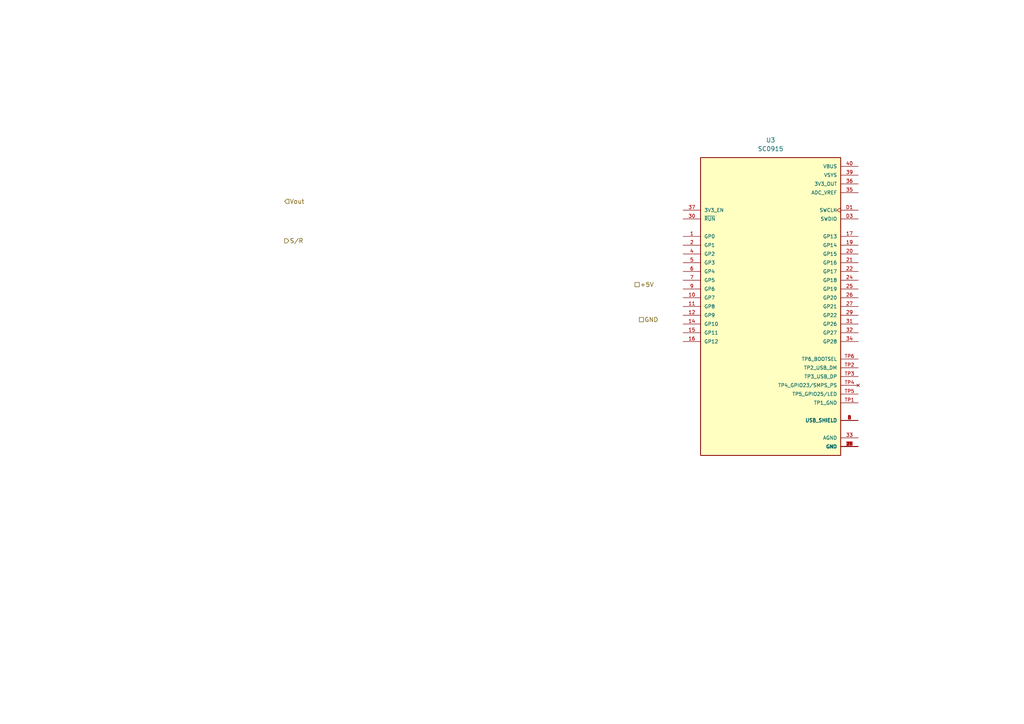
<source format=kicad_sch>
(kicad_sch (version 20211123) (generator eeschema)
  (paper "A4")
  (lib_symbols
    (symbol "MyLib:SC0915" (pin_names (offset 1.016))
      (property "Reference" "U" (at -20.32 44.069 0))
      (property "Value" "SC0915" (at -20.32 -45.72 0))
      (symbol "SC0915_0_0"
        (rectangle (start -20.32 -43.18) (end 20.32 43.18) (stroke (width 0.254)) (fill (type background)))
        (pin bidirectional line (at -25.4 20.32 0) (length 5.08) (name "GP0") (number "1"))
        (pin bidirectional line (at -25.4 2.54 0) (length 5.08) (name "GP7") (number "10"))
        (pin bidirectional line (at -25.4 0 0) (length 5.08) (name "GP8") (number "11"))
        (pin bidirectional line (at -25.4 -2.54 0) (length 5.08) (name "GP9") (number "12"))
        (pin power_in line (at 25.4 -40.64 180) (length 5.08) (name "GND") (number "13"))
        (pin bidirectional line (at -25.4 -5.08 0) (length 5.08) (name "GP10") (number "14"))
        (pin bidirectional line (at -25.4 -7.62 0) (length 5.08) (name "GP11") (number "15"))
        (pin bidirectional line (at -25.4 -10.16 0) (length 5.08) (name "GP12") (number "16"))
        (pin bidirectional line (at 25.4 20.32 180) (length 5.08) (name "GP13") (number "17"))
        (pin power_in line (at 25.4 -40.64 180) (length 5.08) (name "GND") (number "18"))
        (pin bidirectional line (at 25.4 17.78 180) (length 5.08) (name "GP14") (number "19"))
        (pin bidirectional line (at -25.4 17.78 0) (length 5.08) (name "GP1") (number "2"))
        (pin bidirectional line (at 25.4 15.24 180) (length 5.08) (name "GP15") (number "20"))
        (pin bidirectional line (at 25.4 12.7 180) (length 5.08) (name "GP16") (number "21"))
        (pin bidirectional line (at 25.4 10.16 180) (length 5.08) (name "GP17") (number "22"))
        (pin power_in line (at 25.4 -40.64 180) (length 5.08) (name "GND") (number "23"))
        (pin bidirectional line (at 25.4 7.62 180) (length 5.08) (name "GP18") (number "24"))
        (pin bidirectional line (at 25.4 5.08 180) (length 5.08) (name "GP19") (number "25"))
        (pin bidirectional line (at 25.4 2.54 180) (length 5.08) (name "GP20") (number "26"))
        (pin bidirectional line (at 25.4 0 180) (length 5.08) (name "GP21") (number "27"))
        (pin power_in line (at 25.4 -40.64 180) (length 5.08) (name "GND") (number "28"))
        (pin bidirectional line (at 25.4 -2.54 180) (length 5.08) (name "GP22") (number "29"))
        (pin power_in line (at 25.4 -40.64 180) (length 5.08) (name "GND") (number "3"))
        (pin input line (at -25.4 25.4 0) (length 5.08) (name "~{RUN}") (number "30"))
        (pin bidirectional line (at 25.4 -5.08 180) (length 5.08) (name "GP26") (number "31"))
        (pin bidirectional line (at 25.4 -7.62 180) (length 5.08) (name "GP27") (number "32"))
        (pin power_in line (at 25.4 -38.1 180) (length 5.08) (name "AGND") (number "33"))
        (pin bidirectional line (at 25.4 -10.16 180) (length 5.08) (name "GP28") (number "34"))
        (pin power_in line (at 25.4 33.02 180) (length 5.08) (name "ADC_VREF") (number "35"))
        (pin power_in line (at 25.4 35.56 180) (length 5.08) (name "3V3_OUT") (number "36"))
        (pin input line (at -25.4 27.94 0) (length 5.08) (name "3V3_EN") (number "37"))
        (pin power_in line (at 25.4 -40.64 180) (length 5.08) (name "GND") (number "38"))
        (pin power_in line (at 25.4 38.1 180) (length 5.08) (name "VSYS") (number "39"))
        (pin bidirectional line (at -25.4 15.24 0) (length 5.08) (name "GP2") (number "4"))
        (pin power_in line (at 25.4 40.64 180) (length 5.08) (name "VBUS") (number "40"))
        (pin bidirectional line (at -25.4 12.7 0) (length 5.08) (name "GP3") (number "5"))
        (pin bidirectional line (at -25.4 10.16 0) (length 5.08) (name "GP4") (number "6"))
        (pin bidirectional line (at -25.4 7.62 0) (length 5.08) (name "GP5") (number "7"))
        (pin power_in line (at 25.4 -40.64 180) (length 5.08) (name "GND") (number "8"))
        (pin bidirectional line (at -25.4 5.08 0) (length 5.08) (name "GP6") (number "9"))
        (pin power_in line (at 25.4 -33.02 180) (length 5.08) (name "USB_SHIELD") (number "A"))
        (pin power_in line (at 25.4 -33.02 180) (length 5.08) (name "USB_SHIELD") (number "B"))
        (pin power_in line (at 25.4 -33.02 180) (length 5.08) (name "USB_SHIELD") (number "C"))
        (pin power_in line (at 25.4 -33.02 180) (length 5.08) (name "USB_SHIELD") (number "D"))
        (pin input clock (at 25.4 27.94 180) (length 5.08) (name "SWCLK") (number "D1"))
        (pin power_in line (at 25.4 -40.64 180) (length 5.08) (name "GND") (number "D2"))
        (pin bidirectional line (at 25.4 25.4 180) (length 5.08) (name "SWDIO") (number "D3"))
        (pin power_in line (at 25.4 -27.94 180) (length 5.08) (name "TP1_GND") (number "TP1"))
        (pin bidirectional line (at 25.4 -17.78 180) (length 5.08) (name "TP2_USB_DM") (number "TP2"))
        (pin bidirectional line (at 25.4 -20.32 180) (length 5.08) (name "TP3_USB_DP") (number "TP3"))
        (pin no_connect line (at 25.4 -22.86 180) (length 5.08) (name "TP4_GPIO23/SMPS_PS") (number "TP4"))
        (pin output line (at 25.4 -25.4 180) (length 5.08) (name "TP5_GPIO25/LED") (number "TP5"))
        (pin input line (at 25.4 -15.24 180) (length 5.08) (name "TP6_BOOTSEL") (number "TP6"))
      )
    )
  )
  (hierarchical_label "S{slash}R" (shape output) (at 82.55 69.85 0))
  (hierarchical_label "+5V" (shape passive) (at 184.15 82.55 0))
  (hierarchical_label "GND" (shape passive) (at 185.42 92.71 0))
  (hierarchical_label "Vout" (shape input) (at 82.55 58.42 0))
  (symbol (lib_id "MyLib:SC0915") (at 223.52 88.9 0) (unit 1)
    (property "Reference" "U3" (at 223.52 40.64 0))
    (property "Value" "SC0915" (at 223.52 43.18 0))
    (property "Footprint" "MyLib:MODULE_SC0915" (effects hide))
    (property "MAXIMUM_PACKAGE_HEIGHT" "3.73mm" (effects hide))
    (property "STANDARD" "Manufacturer Recommendations" (effects hide))
    (property "PARTREV" "1.6" (effects hide))
    (property "MANUFACTURER" "Raspberry Pi" (effects hide))
  )
)
</source>
